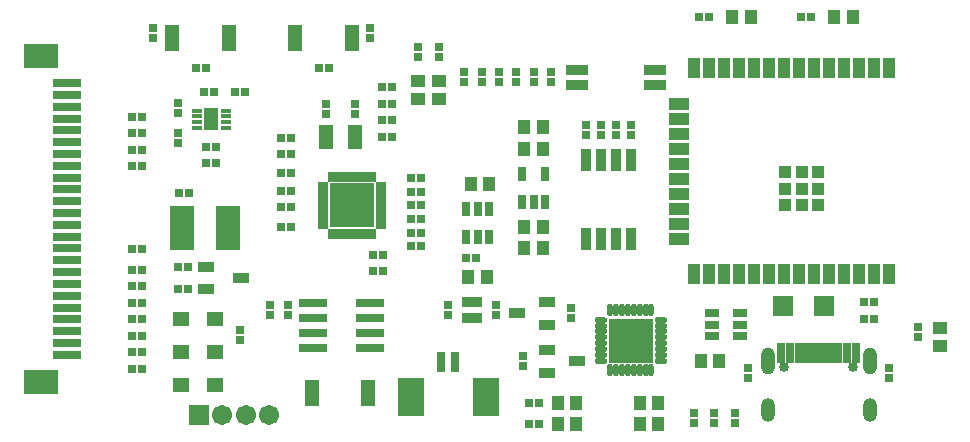
<source format=gbs>
G04*
G04 #@! TF.GenerationSoftware,Altium Limited,Altium Designer,21.3.2 (30)*
G04*
G04 Layer_Color=16711935*
%FSLAX25Y25*%
%MOIN*%
G70*
G04*
G04 #@! TF.SameCoordinates,D336144A-5441-4EE2-8883-8E06B423CE8D*
G04*
G04*
G04 #@! TF.FilePolarity,Negative*
G04*
G01*
G75*
%ADD11C,0.06706*%
%ADD12R,0.06706X0.06706*%
%ADD13C,0.03359*%
%ADD14O,0.04737X0.07887*%
%ADD15O,0.04737X0.09068*%
%ADD16C,0.03398*%
%ADD17C,0.03398*%
%ADD72R,0.02959X0.02762*%
%ADD73R,0.07690X0.03792*%
%ADD74R,0.02762X0.02959*%
%ADD75R,0.02000X0.03200*%
%ADD76R,0.03200X0.02000*%
%ADD77R,0.14583X0.14583*%
%ADD78R,0.05328X0.03359*%
%ADD79R,0.04461X0.04658*%
%ADD80R,0.03162X0.06706*%
%ADD81R,0.01981X0.06706*%
%ADD82R,0.08178X0.14658*%
%ADD83R,0.05721X0.04737*%
%ADD84R,0.04737X0.07887*%
%ADD85R,0.03162X0.05131*%
%ADD86R,0.09461X0.03162*%
%ADD87R,0.03359X0.03556*%
%ADD88R,0.05721X0.03556*%
%ADD89R,0.04300X0.06700*%
%ADD90R,0.06700X0.04300*%
%ADD91R,0.04300X0.04300*%
%ADD92R,0.14580X0.14580*%
%ADD93O,0.01902X0.04343*%
%ADD94O,0.04343X0.01902*%
%ADD95R,0.05131X0.03162*%
%ADD96R,0.06800X0.06800*%
%ADD97R,0.04658X0.04461*%
%ADD98R,0.03300X0.01300*%
%ADD99R,0.05000X0.07800*%
%ADD100R,0.04737X0.08674*%
%ADD101R,0.02769X0.07099*%
%ADD102R,0.09068X0.12611*%
%ADD103R,0.11824X0.07887*%
%ADD104R,0.09461X0.03162*%
%ADD105R,0.03792X0.07690*%
D11*
X-59547Y-65453D02*
D03*
X-67421D02*
D03*
X-75295D02*
D03*
D12*
X-83169D02*
D03*
D13*
X112122Y-49431D02*
D03*
X134878Y-49431D02*
D03*
D14*
X106492Y-63801D02*
D03*
X140508Y-63801D02*
D03*
D15*
X106492Y-47463D02*
D03*
X140508Y-47463D02*
D03*
D16*
X65425Y-40453D02*
D03*
X60925Y-44953D02*
D03*
X56425Y-40453D02*
D03*
X60925Y-35953D02*
D03*
X56425D02*
D03*
D17*
X60925Y-40453D02*
D03*
X56425Y-44953D02*
D03*
X65425Y-35953D02*
D03*
Y-44953D02*
D03*
D72*
X-3102Y57276D02*
D03*
Y53929D02*
D03*
X46024Y27965D02*
D03*
Y31311D02*
D03*
X51024Y27965D02*
D03*
Y31311D02*
D03*
X56024D02*
D03*
Y27965D02*
D03*
X61024Y31311D02*
D03*
Y27965D02*
D03*
X5400Y45500D02*
D03*
Y48846D02*
D03*
X11200D02*
D03*
X11200Y45500D02*
D03*
X17000Y48847D02*
D03*
X17000Y45500D02*
D03*
X22800Y48847D02*
D03*
Y45500D02*
D03*
X28600Y48847D02*
D03*
Y45500D02*
D03*
X34400Y48847D02*
D03*
Y45500D02*
D03*
X100000Y-49827D02*
D03*
Y-53173D02*
D03*
X-89961Y38780D02*
D03*
Y35433D02*
D03*
X-89976Y28532D02*
D03*
Y25185D02*
D03*
X-40780Y35047D02*
D03*
Y38394D02*
D03*
X-30937Y35047D02*
D03*
Y38394D02*
D03*
X-59201Y-28626D02*
D03*
Y-31972D02*
D03*
X-53417Y-28614D02*
D03*
X-53417Y-31961D02*
D03*
X15992Y-31949D02*
D03*
Y-28602D02*
D03*
X25000Y-45827D02*
D03*
Y-49173D02*
D03*
X40945Y-33169D02*
D03*
Y-29823D02*
D03*
X82000Y-64827D02*
D03*
Y-68173D02*
D03*
X88500Y-64827D02*
D03*
Y-68173D02*
D03*
X95500Y-68173D02*
D03*
Y-64827D02*
D03*
X156693Y-36122D02*
D03*
Y-39469D02*
D03*
X-10102Y53929D02*
D03*
Y57276D02*
D03*
X-98339Y60402D02*
D03*
Y63748D02*
D03*
X-25850Y60402D02*
D03*
Y63748D02*
D03*
X-8Y-28602D02*
D03*
Y-31949D02*
D03*
X147000Y-53173D02*
D03*
Y-49827D02*
D03*
X-69193Y-40453D02*
D03*
Y-37106D02*
D03*
D73*
X69090Y44500D02*
D03*
X69090Y49500D02*
D03*
X42910Y44500D02*
D03*
X42910Y49500D02*
D03*
D74*
X-9154Y-9154D02*
D03*
X-12500D02*
D03*
X-55795Y21500D02*
D03*
X-52449Y21500D02*
D03*
X-102071Y34000D02*
D03*
X-105417D02*
D03*
Y28500D02*
D03*
X-102071D02*
D03*
X-78150Y42421D02*
D03*
X-81496D02*
D03*
X138591Y-33213D02*
D03*
X141937Y-33213D02*
D03*
X138591Y-27713D02*
D03*
X141937Y-27713D02*
D03*
X-70866Y42421D02*
D03*
X-67520D02*
D03*
X83669Y67362D02*
D03*
X87016D02*
D03*
X117669D02*
D03*
X121016D02*
D03*
X-52461Y-2551D02*
D03*
X-55807D02*
D03*
X-52461Y3937D02*
D03*
X-55807D02*
D03*
X-55807Y9449D02*
D03*
X-52461Y9449D02*
D03*
X-52461Y15157D02*
D03*
X-55807Y15157D02*
D03*
X-52449Y27000D02*
D03*
X-55795Y27000D02*
D03*
X-86661Y-15965D02*
D03*
X-90008D02*
D03*
X-86661Y-23445D02*
D03*
X-90008D02*
D03*
X-102071Y17717D02*
D03*
X-105417D02*
D03*
X-105417Y23000D02*
D03*
X-102071D02*
D03*
X-102071Y-49878D02*
D03*
X-105417D02*
D03*
X-102071Y-44378D02*
D03*
X-105417D02*
D03*
Y-38878D02*
D03*
X-102071D02*
D03*
X-105417Y-33378D02*
D03*
X-102071D02*
D03*
X-105417Y-27878D02*
D03*
X-102071D02*
D03*
X-105417Y-22378D02*
D03*
X-102071D02*
D03*
X-102071Y-10000D02*
D03*
X-105417D02*
D03*
X-105417Y-16878D02*
D03*
X-102071D02*
D03*
X-86327Y8500D02*
D03*
X-89673D02*
D03*
X-77264Y18516D02*
D03*
X-80610D02*
D03*
X-80665Y50221D02*
D03*
X-84012D02*
D03*
X-42878Y50221D02*
D03*
X-39531D02*
D03*
X-18685Y27468D02*
D03*
X-22031D02*
D03*
X-18685Y32969D02*
D03*
X-22031D02*
D03*
X-22031Y38469D02*
D03*
X-18685D02*
D03*
X-18685Y43968D02*
D03*
X-22031D02*
D03*
X-12500Y-4626D02*
D03*
X-9154Y-4626D02*
D03*
X-12461Y-11D02*
D03*
X-9114Y-11D02*
D03*
X6102Y-12894D02*
D03*
X9449D02*
D03*
X27114Y-68500D02*
D03*
X30461Y-68500D02*
D03*
X27114Y-61500D02*
D03*
X30461Y-61500D02*
D03*
X-21752Y-17500D02*
D03*
X-25098D02*
D03*
X-21752Y-12008D02*
D03*
X-25098Y-12008D02*
D03*
X-80610Y24016D02*
D03*
X-77264D02*
D03*
X-9114Y9033D02*
D03*
X-12461Y9033D02*
D03*
X-9154Y13583D02*
D03*
X-12500D02*
D03*
X-9154Y4528D02*
D03*
X-12500Y4528D02*
D03*
D75*
X-27077Y14146D02*
D03*
X-38892D02*
D03*
X-36922D02*
D03*
X-34953Y14146D02*
D03*
X-32985Y14146D02*
D03*
X-31016D02*
D03*
X-29046Y14146D02*
D03*
X-25109Y14146D02*
D03*
X-32985Y-5146D02*
D03*
X-34953D02*
D03*
X-36922D02*
D03*
X-38892D02*
D03*
X-27077D02*
D03*
X-29046D02*
D03*
X-31016D02*
D03*
X-25109D02*
D03*
D76*
X-22354Y-422D02*
D03*
Y1546D02*
D03*
X-22354Y-2392D02*
D03*
Y3515D02*
D03*
X-22354Y5485D02*
D03*
Y7453D02*
D03*
X-22354Y9422D02*
D03*
X-22354Y11391D02*
D03*
X-41646Y-2392D02*
D03*
X-41646Y-422D02*
D03*
Y1546D02*
D03*
X-41646Y3515D02*
D03*
X-41646Y5485D02*
D03*
Y7453D02*
D03*
X-41646Y9422D02*
D03*
X-41646Y11391D02*
D03*
D77*
X-32000Y4500D02*
D03*
D78*
X-80642Y-23445D02*
D03*
Y-15965D02*
D03*
X-69028Y-19705D02*
D03*
D79*
X90335Y-47441D02*
D03*
X84272D02*
D03*
X94811Y67362D02*
D03*
X100874D02*
D03*
X128811D02*
D03*
X134874D02*
D03*
X25469Y-9748D02*
D03*
X31532D02*
D03*
X25469Y-2748D02*
D03*
X31532D02*
D03*
X25469Y23248D02*
D03*
X31532D02*
D03*
X25469Y30752D02*
D03*
X31532D02*
D03*
X6795Y-19500D02*
D03*
X12858D02*
D03*
X42819Y-68500D02*
D03*
X36756Y-68500D02*
D03*
X42819Y-61500D02*
D03*
X36756Y-61500D02*
D03*
X63894Y-68500D02*
D03*
X69957D02*
D03*
X63894Y-61500D02*
D03*
X69957D02*
D03*
X7500Y11516D02*
D03*
X13563D02*
D03*
D80*
X110902Y-44657D02*
D03*
X114051D02*
D03*
X132949D02*
D03*
X136099D02*
D03*
D81*
X116610D02*
D03*
X118579D02*
D03*
X120547D02*
D03*
X122516D02*
D03*
X124484D02*
D03*
X126453D02*
D03*
X128421D02*
D03*
X130390D02*
D03*
D82*
X-88591Y-3000D02*
D03*
X-73409D02*
D03*
D83*
X-77559Y-55413D02*
D03*
X-89173D02*
D03*
Y-44291D02*
D03*
X-77559D02*
D03*
X-77527Y-33386D02*
D03*
X-89142D02*
D03*
D84*
X-40780Y27220D02*
D03*
X-30937D02*
D03*
D85*
X32240Y5528D02*
D03*
X28500D02*
D03*
X24760D02*
D03*
Y14976D02*
D03*
X32240D02*
D03*
X6087Y3449D02*
D03*
X9827D02*
D03*
X13567D02*
D03*
Y-6000D02*
D03*
X9827D02*
D03*
X6087D02*
D03*
D86*
X-44917Y-43114D02*
D03*
Y-38114D02*
D03*
Y-33114D02*
D03*
Y-28114D02*
D03*
X-26020Y-43114D02*
D03*
Y-38114D02*
D03*
Y-33114D02*
D03*
Y-28114D02*
D03*
D87*
X9665Y-33031D02*
D03*
Y-27520D02*
D03*
X6319Y-33031D02*
D03*
Y-27520D02*
D03*
D88*
X32921Y-27760D02*
D03*
Y-35240D02*
D03*
X23079Y-31500D02*
D03*
X33079Y-51240D02*
D03*
Y-43760D02*
D03*
X42921Y-47500D02*
D03*
D89*
X146871Y-18504D02*
D03*
X141871Y-18504D02*
D03*
X136871Y-18504D02*
D03*
X131871D02*
D03*
X126871D02*
D03*
X121871D02*
D03*
X116871Y-18504D02*
D03*
X111871Y-18504D02*
D03*
X106871D02*
D03*
X101871D02*
D03*
X96871D02*
D03*
X91871Y-18504D02*
D03*
X86871Y-18504D02*
D03*
X81871D02*
D03*
X146871Y50394D02*
D03*
X141871Y50394D02*
D03*
X136871Y50394D02*
D03*
X131871D02*
D03*
X126871D02*
D03*
X121871D02*
D03*
X116871Y50394D02*
D03*
X111871Y50394D02*
D03*
X106871D02*
D03*
X101871D02*
D03*
X96871D02*
D03*
X91871Y50394D02*
D03*
X86871Y50394D02*
D03*
X81871D02*
D03*
D90*
X76948Y-6555D02*
D03*
Y-1555D02*
D03*
Y3445D02*
D03*
X76948Y8445D02*
D03*
X76948Y13445D02*
D03*
Y18445D02*
D03*
X76948Y23445D02*
D03*
X76948Y28445D02*
D03*
Y33445D02*
D03*
Y38445D02*
D03*
D91*
X117974Y4511D02*
D03*
Y10023D02*
D03*
Y15534D02*
D03*
X112462Y4511D02*
D03*
Y10023D02*
D03*
Y15535D02*
D03*
X123486Y4511D02*
D03*
Y10023D02*
D03*
Y15534D02*
D03*
D92*
X60925Y-40553D02*
D03*
D93*
X54035Y-30413D02*
D03*
X56005D02*
D03*
X57975D02*
D03*
X59945D02*
D03*
X61905D02*
D03*
X63875D02*
D03*
X65845D02*
D03*
X67815D02*
D03*
Y-50493D02*
D03*
X65845D02*
D03*
X63875D02*
D03*
X61905D02*
D03*
X59945D02*
D03*
X57975D02*
D03*
X56005D02*
D03*
X54035D02*
D03*
D94*
X70965Y-33563D02*
D03*
Y-35533D02*
D03*
Y-37503D02*
D03*
Y-39473D02*
D03*
Y-41433D02*
D03*
Y-43403D02*
D03*
Y-45373D02*
D03*
Y-47343D02*
D03*
X50885D02*
D03*
Y-45373D02*
D03*
Y-43403D02*
D03*
Y-41433D02*
D03*
Y-39473D02*
D03*
Y-37503D02*
D03*
Y-35533D02*
D03*
Y-33563D02*
D03*
D95*
X97374Y-31504D02*
D03*
Y-35244D02*
D03*
Y-38984D02*
D03*
X87925D02*
D03*
Y-35244D02*
D03*
Y-31504D02*
D03*
D96*
X125197Y-29134D02*
D03*
X111697D02*
D03*
D97*
X164000Y-42244D02*
D03*
Y-36181D02*
D03*
X-10102Y40071D02*
D03*
Y46134D02*
D03*
X-3102Y40071D02*
D03*
Y46134D02*
D03*
D98*
X-74161Y34157D02*
D03*
Y32189D02*
D03*
Y30220D02*
D03*
X-83761D02*
D03*
Y32189D02*
D03*
Y34157D02*
D03*
Y36126D02*
D03*
X-74161D02*
D03*
D99*
X-78961Y33173D02*
D03*
D100*
X-72984Y60417D02*
D03*
X-91882D02*
D03*
X-50965D02*
D03*
X-32067D02*
D03*
X-26551Y-58000D02*
D03*
X-45449D02*
D03*
D101*
X2461Y-47791D02*
D03*
X-2460Y-47791D02*
D03*
D102*
X-12500Y-59209D02*
D03*
X12500D02*
D03*
D103*
X-135728Y54331D02*
D03*
Y-54331D02*
D03*
D104*
X-127067Y-45276D02*
D03*
Y-41339D02*
D03*
Y-37402D02*
D03*
Y-33465D02*
D03*
Y-29528D02*
D03*
Y-25591D02*
D03*
Y-21654D02*
D03*
Y-17717D02*
D03*
Y-13780D02*
D03*
Y-9843D02*
D03*
Y-5906D02*
D03*
Y-1969D02*
D03*
Y1969D02*
D03*
Y5906D02*
D03*
Y9843D02*
D03*
Y13780D02*
D03*
Y17717D02*
D03*
Y21654D02*
D03*
Y25591D02*
D03*
Y29528D02*
D03*
Y33465D02*
D03*
Y37402D02*
D03*
Y41339D02*
D03*
Y45276D02*
D03*
D105*
X46024Y-6594D02*
D03*
X51024D02*
D03*
X56024D02*
D03*
X61024D02*
D03*
X46024Y19587D02*
D03*
X51024D02*
D03*
X56024D02*
D03*
X61024D02*
D03*
M02*

</source>
